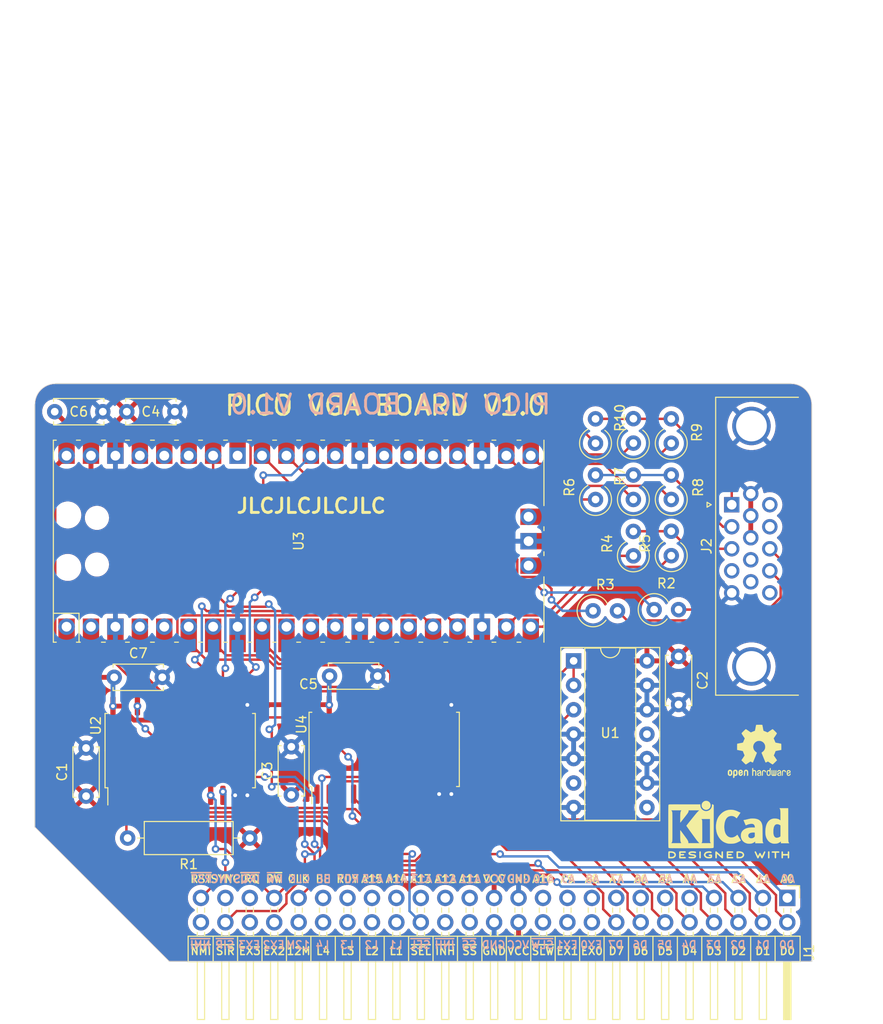
<source format=kicad_pcb>
(kicad_pcb (version 20221018) (generator pcbnew)
  (title_block (title "Pico VGA board") (date "2023-07-30") (rev "v1.0") (company "Six Pixels"))
  (layers (0 "F.Cu" signal) (31 "B.Cu" signal) (34 "B.Paste" user) (35 "F.Paste" user) (36 "B.SilkS" user "B.Silkscreen") (37 "F.SilkS" user "F.Silkscreen") (38 "B.Mask" user) (39 "F.Mask" user) (44 "Edge.Cuts" user))
  (net 0 "")
  (net 1 "RDY")
  (net 2 "A15")
  (net 3 "A14")
  (net 4 "A13")
  (net 5 "A12")
  (net 6 "A11")
  (net 7 "GND")
  (net 8 "+5V")
  (net 9 "A10")
  (net 10 "A9")
  (net 11 "A8")
  (net 12 "D7")
  (net 13 "A7")
  (net 14 "D6")
  (net 15 "A6")
  (net 16 "D5")
  (net 17 "A5")
  (net 18 "D4")
  (net 19 "A4")
  (net 20 "D3")
  (net 21 "A3")
  (net 22 "D2")
  (net 23 "A2")
  (net 24 "D1")
  (net 25 "A1")
  (net 26 "D0")
  (net 27 "A0")
  (net 28 "CLK")
  (net 29 "BE")
  (net 30 "SYNC")
  (net 31 "EX3")
  (net 32 "EX2")
  (net 33 "EX1")
  (net 34 "EX0")
  (net 35 "~{NMI}")
  (net 36 "~{RESET}")
  (net 37 "~{SLOT_IRQ}")
  (net 38 "~{IRQ}")
  (net 39 "R~{W}")
  (net 40 "CLK_12M")
  (net 41 "LED4")
  (net 42 "LED3")
  (net 43 "LED2")
  (net 44 "LED1")
  (net 45 "~{SLOT_SEL}")
  (net 46 "~{INH}")
  (net 47 "~{SSEL}")
  (net 48 "~{SLOW}")
  (net 49 "/R")
  (net 50 "/G")
  (net 51 "/B")
  (net 53 "/HSYNC")
  (net 54 "/VSYNC")
  (net 55 "/B0")
  (net 56 "/B1")
  (net 61 "/G0")
  (net 62 "/G1")
  (net 64 "Net-(J2-Pad13)")
  (net 68 "Net-(J2-Pad14)")
  (net 69 "Net-(U2-DIR)")
  (net 70 "Net-(U4-DIR)")
  (net 71 "/RUN")
  (net 72 "/RW")
  (net 73 "Net-(U2-B6)")
  (net 74 "Net-(U2-B5)")
  (net 75 "Net-(U2-B4)")
  (net 76 "Net-(U2-B3)")
  (net 77 "+3.3V")
  (net 78 "Net-(U2-B2)")
  (net 79 "Net-(U2-B1)")
  (net 80 "Net-(U3-GPIO4)")
  (net 81 "Net-(U3-GPIO5)")
  (net 82 "Net-(U3-GPIO6)")
  (net 83 "Net-(U3-GPIO7)")
  (net 84 "Net-(U3-GPIO8)")
  (net 85 "Net-(U3-GPIO9)")
  (net 86 "/G2")
  (net 87 "/R0")
  (net 88 "/R1")
  (net 89 "/R2")
  (net 90 "Net-(U3-GPIO10)")
  (net 91 "Net-(U3-GPIO11)")
  (footprint "Package_DIP:DIP-14_W7.62mm_Socket" (layer "F.Cu") (at 144.409 120.264)
    (fp_text reference "U1")
    (fp_text value "74HC00")
  )
  (footprint "Capacitor_THT:C_Disc_D5.0mm_W2.5mm_P5.00mm" (layer "F.Cu") (at 119.04 121.847)
    (fp_text reference "C5")
    (fp_text value "100n")
  )
  (footprint "Resistor_THT:R_Axial_DIN0309_L9.0mm_D3.2mm_P12.70mm_Horizontal" (layer "F.Cu") (at 110.744 138.684 180)
    (fp_text reference "R1")
    (fp_text value "10K")
  )
  (footprint "Resistor_THT:R_Axial_DIN0309_L9.0mm_D3.2mm_P2.54mm_Vertical" (layer "F.Cu") (at 150.622 109.347 90)
    (fp_text reference "R4")
    (fp_text value "500R")
  )
  (footprint "Resistor_THT:R_Axial_DIN0309_L9.0mm_D3.2mm_P2.54mm_Vertical" (layer "F.Cu") (at 154.559 97.644 90)
    (fp_text reference "R9")
    (fp_text value "1K")
  )
  (footprint "Resistor_THT:R_Axial_DIN0309_L9.0mm_D3.2mm_P2.54mm_Vertical" (layer "F.Cu") (at 154.559 109.328 90)
    (fp_text reference "R5")
    (fp_text value "250R")
  )
  (footprint "Resistor_THT:R_Axial_DIN0309_L9.0mm_D3.2mm_P2.54mm_Vertical" (layer "F.Cu") (at 154.559 103.486 90)
    (fp_text reference "R8")
    (fp_text value "250R")
  )
  (footprint "Resistor_THT:R_Axial_DIN0309_L9.0mm_D3.2mm_P2.54mm_Vertical" (layer "F.Cu") (at 150.622 103.486 90)
    (fp_text reference "R7")
    (fp_text value "500R")
  )
  (footprint "MCU_RaspberryPi_and_Boards:RPi_Pico_SMD_TH" (layer "F.Cu") (at 115.824 107.823 90)
    (fp_text reference "U3")
    (fp_text value "Pico")
  )
  (footprint "Package_SO:SOP-24_7.5x15.4mm_P1.27mm" (layer "F.Cu") (at 103.506 129.594 90)
    (fp_text reference "U2")
    (fp_text value "SN74AVC8T245PW")
  )
  (footprint "Connector_PinHeader_2.54mm:PinHeader_2x25_P2.54mm_Horizontal" (layer "F.Cu") (at 166.624 144.907 -90)
    (fp_text reference "J1")
    (fp_text value "Conn_01x40")
  )
  (footprint "Connector_Dsub:DSUB-15-HD_Female_Horizontal_P2.29x1.98mm_EdgePinOffset3.03mm_Housed_MountingHolesOffset4.94mm" (layer "F.Cu") (at 160.846669 104.031 90)
    (fp_text reference "J2")
    (fp_text value "DB15_Female_HighDensity_MountingHoles")
  )
  (footprint "Resistor_THT:R_Axial_DIN0309_L9.0mm_D3.2mm_P2.54mm_Vertical" (layer "F.Cu") (at 150.622 97.625 90)
    (fp_text reference "R10")
    (fp_text value "500R")
  )
  (footprint "Resistor_THT:R_Axial_DIN0309_L9.0mm_D3.2mm_P2.54mm_Vertical" (layer "F.Cu") (at 152.781 114.935)
    (fp_text reference "R2")
    (fp_text value "47R")
  )
  (footprint "Capacitor_THT:C_Disc_D5.0mm_W2.5mm_P5.00mm" (layer "F.Cu") (at 96.648 121.974)
    (fp_text reference "C7")
    (fp_text value "100n")
  )
  (footprint "Capacitor_THT:C_Disc_D5.0mm_W2.5mm_P5.00mm" (layer "F.Cu") (at 90.464 94.361)
    (fp_text reference "C6")
    (fp_text value "100n")
  )
  (footprint "Resistor_THT:R_Axial_DIN0309_L9.0mm_D3.2mm_P2.54mm_Vertical" (layer "F.Cu") (at 146.431 115.062)
    (fp_text reference "R3")
    (fp_text value "47R")
  )
  (footprint "Package_SO:SOP-24_7.5x15.4mm_P1.27mm" (layer "F.Cu") (at 124.715 129.467 90)
    (fp_text reference "U4")
    (fp_text value "SN74AVC8T245PW")
  )
  (footprint "Capacitor_THT:C_Disc_D5.0mm_W2.5mm_P5.00mm" (layer "F.Cu") (at 93.726 134.326 90)
    (fp_text reference "C1")
    (fp_text value "100n")
  )
  (footprint "Capacitor_THT:C_Disc_D5.0mm_W2.5mm_P5.00mm" (layer "F.Cu") (at 115.062 134.199 90)
    (fp_text reference "C3")
    (fp_text value "100n")
  )
  (footprint "Symbol:OSHW-Logo2_7.3x6mm_SilkScreen" (layer "F.Cu") (at 163.703 129.667)
    (fp_text reference "" hide)
    (fp_text value "OSHW-Logo2_7.3x6mm_SilkScreen" hide)
  )
  (footprint "Capacitor_THT:C_Disc_D5.0mm_W2.5mm_P5.00mm" (layer "F.Cu") (at 155.321 119.801 -90)
    (fp_text reference "C2")
    (fp_text value "100n")
  )
  (footprint "Resistor_THT:R_Axial_DIN0309_L9.0mm_D3.2mm_P2.54mm_Vertical" (layer "F.Cu") (at 146.685 103.486 90)
    (fp_text reference "R6")
    (fp_text value "1K")
  )
  (footprint "Resistor_THT:R_Axial_DIN0309_L9.0mm_D3.2mm_P2.54mm_Vertical" (layer "F.Cu") (at 146.685 97.644 90)
    (fp_text reference "R11" hide)
    (fp_text value "250R")
  )
  (footprint "Symbol:KiCad-Logo2_5mm_SilkScreen" (layer "F.Cu") (at 160.528 137.795)
    (fp_text reference "" hide)
    (fp_text value "KiCad-Logo2_5mm_SilkScreen" hide)
  )
  (footprint "Capacitor_THT:C_Disc_D5.0mm_W2.5mm_P5.00mm" (layer "F.Cu") (at 97.957 94.361)
    (fp_text reference "C4")
    (fp_text value "100n")
  )
  (gr_arc (start 88.392 93.599) (mid 89.024356 92.072356) (end 90.551 91.44) (stroke (width 0.05)) (layer "Edge.Cuts"))
  (gr_line (start 102.362 151.511) (end 88.392 137.541) (stroke (width 0.05)) (layer "Edge.Cuts"))
  (gr_line (start 169.164 93.599) (end 169.164 151.511) (stroke (width 0.1)) (layer "Edge.Cuts"))
  (gr_arc (start 167.005 91.44) (mid 168.531644 92.072356) (end 169.164 93.599) (stroke (width 0.05)) (layer "Edge.Cuts"))
  (gr_line (start 88.392 137.541) (end 88.392 93.599) (stroke (width 0.1)) (layer "Edge.Cuts"))
  (gr_line (start 90.551 91.44) (end 167.005 91.44) (stroke (width 0.1)) (layer "Edge.Cuts"))
  (gr_line (start 169.164 151.511) (end 102.362 151.511) (stroke (width 0.1)) (layer "Edge.Cuts"))
  (gr_text "PICO VGA BOARD V1.0" (at 125.349 93.599) (layer "B.SilkS") (effects (font (size 2 2) (thickness 0.3)) (justify mirror)))
  (gr_text "A8" (at 146.3675 142.9385) (layer "B.SilkS") (effects (font (size 0.8 0.8)) (justify mirror)))
  (gr_text "~{RST}" (at 105.7275 142.9385) (layer "B.SilkS") (effects (font (size 0.8 0.8)) (justify mirror)))
  (gr_text "R~{W}" (at 113.3475 142.9385) (layer "B.SilkS") (effects (font (size 0.8 0.8)) (justify mirror)))
  (gr_text "CLK" (at 115.8875 142.9385) (layer "B.SilkS") (effects (font (size 0.8 0.8)) (justify mirror)))
  (gr_text "A7" (at 148.9075 142.9385) (layer "B.SilkS") (effects (font (size 0.8 0.8)) (justify mirror)))
  (gr_text "A10" (at 141.2875 142.9385) (layer "B.SilkS") (effects (font (size 0.8 0.8)) (justify mirror)))
  (gr_text "A5" (at 153.9875 142.9385) (layer "B.SilkS") (effects (font (size 0.8 0.8)) (justify mirror)))
  (gr_text "A4" (at 156.5275 142.9385) (layer "B.SilkS") (effects (font (size 0.8 0.8)) (justify mirror)))
  (gr_text "A2" (at 161.6075 142.9385) (layer "B.SilkS") (effects (font (size 0.8 0.8)) (justify mirror)))
  (gr_text "A0" (at 166.6875 142.9385) (layer "B.SilkS") (effects (font (size 0.8 0.8)) (justify mirror)))
  (gr_text "A1" (at 164.1475 142.9385) (layer "B.SilkS") (effects (font (size 0.8 0.8)) (justify mirror)))
  (gr_text "A14" (at 126.0475 142.9385) (layer "B.SilkS") (effects (font (size 0.8 0.8)) (justify mirror)))
  (gr_text "A13" (at 128.5875 142.9385) (layer "B.SilkS") (effects (font (size 0.8 0.8)) (justify mirror)))
  (gr_text "A9" (at 143.8275 142.9385) (layer "B.SilkS") (effects (font (size 0.8 0.8)) (justify mirror)))
  (gr_text "D0" (at 166.5605 149.7965) (layer "B.SilkS") (effects (font (size 0.8 0.8)) (justify mirror)))
  (gr_text "D1" (at 164.0205 149.7965) (layer "B.SilkS") (effects (font (size 0.8 0.8)) (justify mirror)))
  (gr_text "~{SS}" (at 133.5405 149.7965) (layer "B.SilkS") (effects (font (size 0.8 0.8)) (justify mirror)))
  (gr_text "GND" (at 138.7475 142.9385) (layer "B.SilkS") (effects (font (size 0.8 0.8)) (justify mirror)))
  (gr_text "A3" (at 159.0675 142.9385) (layer "B.SilkS") (effects (font (size 0.8 0.8)) (justify mirror)))
  (gr_text "VCC" (at 136.2075 142.9385) (layer "B.SilkS") (effects (font (size 0.8 0.8)) (justify mirror)))
  (gr_text "A11" (at 133.6675 142.9385) (layer "B.SilkS") (effects (font (size 0.8 0.8)) (justify mirror)))
  (gr_text "A12" (at 131.1275 142.9385) (layer "B.SilkS") (effects (font (size 0.8 0.8)) (justify mirror)))
  (gr_text "~{IRQ}" (at 110.8075 142.9385) (layer "B.SilkS") (effects (font (size 0.8 0.8)) (justify mirror)))
  (gr_text "A15" (at 123.5075 142.9385) (layer "B.SilkS") (effects (font (size 0.8 0.8)) (justify mirror)))
  (gr_text "RDY" (at 120.9675 142.9385) (layer "B.SilkS") (effects (font (size 0.8 0.8)) (justify mirror)))
  (gr_text "D2" (at 161.4805 149.7965) (layer "B.SilkS") (effects (font (size 0.8 0.8)) (justify mirror)))
  (gr_text "GND" (at 136.0805 149.7965) (layer "B.SilkS") (effects (font (size 0.8 0.8)) (justify mirror)))
  (gr_text "D3" (at 158.9405 149.7965) (layer "B.SilkS") (effects (font (size 0.8 0.8)) (justify mirror)))
  (gr_text "VCC" (at 138.6205 149.7965) (layer "B.SilkS") (effects (font (size 0.8 0.8)) (justify mirror)))
  (gr_text "D7" (at 148.7805 149.7965) (layer "B.SilkS") (effects (font (size 0.8 0.8)) (justify mirror)))
  (gr_text "EX0" (at 146.2405 149.7965) (layer "B.SilkS") (effects (font (size 0.8 0.8)) (justify mirror)))
  (gr_text "D6" (at 151.3205 149.7965) (layer "B.SilkS") (effects (font (size 0.8 0.8)) (justify mirror)))
  (gr_text "EX1" (at 143.7005 149.7965) (layer "B.SilkS") (effects (font (size 0.8 0.8)) (justify mirror)))
  (gr_text "D5" (at 153.8605 149.7965) (layer "B.SilkS") (effects (font (size 0.8 0.8)) (justify mirror)))
  (gr_text "~{SLW}" (at 141.1605 149.7965) (layer "B.SilkS") (effects (font (size 0.8 0.8)) (justify mirror)))
  (gr_text "D4" (at 156.4005 149.7965) (layer "B.SilkS") (effects (font (size 0.8 0.8)) (justify mirror)))
  (gr_text "L2" (at 123.3805 149.7965) (layer "B.SilkS") (effects (font (size 0.8 0.8)) (justify mirror)))
  (gr_text "L4" (at 118.3005 149.7965) (layer "B.SilkS") (effects (font (size 0.8 0.8)) (justify mirror)))
  (gr_text "EX3" (at 110.6805 149.7965) (layer "B.SilkS") (effects (font (size 0.8 0.8)) (justify mirror)))
  (gr_text "L3" (at 120.8405 149.7965) (layer "B.SilkS") (effects (font (size 0.8 0.8)) (justify mirror)))
  (gr_text "L1" (at 125.9205 149.7965) (layer "B.SilkS") (effects (font (size 0.8 0.8)) (justify mirror)))
  (gr_text "12M" (at 115.7605 149.7965) (layer "B.SilkS") (effects (font (size 0.8 0.8)) (justify mirror)))
  (gr_text "~{SEL}" (at 128.4605 149.7965) (layer "B.SilkS") (effects (font (size 0.8 0.8)) (justify mirror)))
  (gr_text "~{INH}" (at 131.0005 149.7965) (layer "B.SilkS") (effects (font (size 0.8 0.8)) (justify mirror)))
  (gr_text "EX2" (at 113.2205 149.7965) (layer "B.SilkS") (effects (font (size 0.8 0.8)) (justify mirror)))
  (gr_text "~{SIR}" (at 108.1405 149.7965) (layer "B.SilkS") (effects (font (size 0.8 0.8)) (justify mirror)))
  (gr_text "~{NMI}" (at 105.6005 149.7965) (layer "B.SilkS") (effects (font (size 0.8 0.8)) (justify mirror)))
  (gr_text "BE" (at 118.4275 142.9385) (layer "B.SilkS") (effects (font (size 0.8 0.8)) (justify mirror)))
  (gr_text "A6" (at 151.4475 142.9385) (layer "B.SilkS") (effects (font (size 0.8 0.8)) (justify mirror)))
  (gr_text "SYNC" (at 108.2675 142.9385) (layer "B.SilkS") (effects (font (size 0.8 0.8)) (justify mirror)))
  (gr_text "EX3" (at 110.744 150.4315) (layer "F.SilkS") (effects (font (size 0.8 0.8))))
  (gr_text "~{SIR}" (at 108.204 150.4315) (layer "F.SilkS") (effects (font (size 0.8 0.8))))
  (gr_text "~{SEL}" (at 128.524 150.4315) (layer "F.SilkS") (effects (font (size 0.8 0.8))))
  (gr_text "L2" (at 123.444 150.4315) (layer "F.SilkS") (effects (font (size 0.8 0.8))))
  (gr_text "L1" (at 125.984 150.4315) (layer "F.SilkS") (effects (font (size 0.8 0.8))))
  (gr_text "L4" (at 118.364 150.4315) (layer "F.SilkS") (effects (font (size 0.8 0.8))))
  (gr_text "L3" (at 120.904 150.4315) (layer "F.SilkS") (effects (font (size 0.8 0.8))))
  (gr_text "EX2" (at 113.284 150.4315) (layer "F.SilkS") (effects (font (size 0.8 0.8))))
  (gr_text "12M" (at 115.824 150.4315) (layer "F.SilkS") (effects (font (size 0.8 0.8))))
  (gr_text "D7" (at 148.844 150.4315) (layer "F.SilkS") (effects (font (size 0.8 0.8))))
  (gr_text "~{INH}" (at 131.064 150.4315) (layer "F.SilkS") (effects (font (size 0.8 0.8))))
  (gr_text "EX0" (at 146.304 150.4315) (layer "F.SilkS") (effects (font (size 0.8 0.8))))
  (gr_text "~{SS}" (at 133.604 150.4315) (layer "F.SilkS") (effects (font (size 0.8 0.8))))
  (gr_text "EX1" (at 143.764 150.4315) (layer "F.SilkS") (effects (font (size 0.8 0.8))))
  (gr_text "GND" (at 136.144 150.4315) (layer "F.SilkS") (effects (font (size 0.8 0.8))))
  (gr_text "~{SLW}" (at 141.224 150.4315) (layer "F.SilkS") (effects (font (size 0.8 0.8))))
  (gr_text "VCC" (at 138.684 150.4315) (layer "F.SilkS") (effects (font (size 0.8 0.8))))
  (gr_text "~{NMI}" (at 105.664 150.4315) (layer "F.SilkS") (effects (font (size 0.8 0.8))))
  (gr_text "A7" (at 148.844 142.9385) (layer "F.SilkS") (effects (font (size 0.8 0.8))))
  (gr_text "A6" (at 151.384 142.9385) (layer "F.SilkS") (effects (font (size 0.8 0.8))))
  (gr_text "A8" (at 146.304 142.9385) (layer "F.SilkS") (effects (font (size 0.8 0.8))))
  (gr_text "A5" (at 153.924 142.9385) (layer "F.SilkS") (effects (font (size 0.8 0.8))))
  (gr_text "A9" (at 143.764 142.9385) (layer "F.SilkS") (effects (font (size 0.8 0.8))))
  (gr_text "A4" (at 156.464 142.9385) (layer "F.SilkS") (effects (font (size 0.8 0.8))))
  (gr_text "A10" (at 141.224 142.9385) (layer "F.SilkS") (effects (font (size 0.8 0.8))))
  (gr_text "A3" (at 159.004 142.9385) (layer "F.SilkS") (effects (font (size 0.8 0.8))))
  (gr_text "GND" (at 138.684 142.9385) (layer "F.SilkS") (effects (font (size 0.8 0.8))))
  (gr_text "A2" (at 161.544 142.9385) (layer "F.SilkS") (effects (font (size 0.8 0.8))))
  (gr_text "VCC" (at 136.144 142.9385) (layer "F.SilkS") (effects (font (size 0.8 0.8))))
  (gr_text "A1" (at 164.084 142.9385) (layer "F.SilkS") (effects (font (size 0.8 0.8))))
  (gr_text "A11" (at 133.604 142.9385) (layer "F.SilkS") (effects (font (size 0.8 0.8))))
  (gr_text "A0" (at 166.624 142.9385) (layer "F.SilkS") (effects (font (size 0.8 0.8))))
  (gr_text "A12" (at 131.064 142.9385) (layer "F.SilkS") (effects (font (size 0.8 0.8))))
  (gr_text "A13" (at 128.524 142.9385) (layer "F.SilkS") (effects (font (size 0.8 0.8))))
  (gr_text "A14" (at 125.984 142.9385) (layer "F.SilkS") (effects (font (size 0.8 0.8))))
  (gr_text "A15" (at 123.444 142.9385) (layer "F.SilkS") (effects (font (size 0.8 0.8))))
  (gr_text "RDY" (at 120.904 142.9385) (layer "F.SilkS") (effects (font (size 0.8 0.8))))
  (gr_text "BE" (at 118.364 142.9385) (layer "F.SilkS") (effects (font (size 0.8 0.8))))
  (gr_text "CLK" (at 115.824 142.9385) (layer "F.SilkS") (effects (font (size 0.8 0.8))))
  (gr_text "R~{W}" (at 113.284 142.9385) (layer "F.SilkS") (effects (font (size 0.8 0.8))))
  (gr_text "~{IRQ}" (at 110.744 142.9385) (layer "F.SilkS") (effects (font (size 0.8 0.8))))
  (gr_text "SYNC" (at 108.204 142.9385) (layer "F.SilkS") (effects (font (size 0.8 0.8))))
  (gr_text "~{RST}" (at 105.664 142.9385) (layer "F.SilkS") (effects (font (size 0.8 0.8))))
  (gr_text "D0" (at 166.624 150.4315) (layer "F.SilkS") (effects (font (size 0.8 0.8))))
  (gr_text "D1" (at 164.084 150.4315) (layer "F.SilkS") (effects (font (size 0.8 0.8))))
  (gr_text "D2" (at 161.544 150.4315) (layer "F.SilkS") (effects (font (size 0.8 0.8))))
  (gr_text "D3" (at 159.004 150.4315) (layer "F.SilkS") (effects (font (size 0.8 0.8))))
  (gr_text "D4" (at 156.464 150.4315) (layer "F.SilkS") (effects (font (size 0.8 0.8))))
  (gr_text "D5" (at 153.924 150.4315) (layer "F.SilkS") (effects (font (size 0.8 0.8))))
  (gr_text "D6" (at 151.384 150.4315) (layer "F.SilkS") (effects (font (size 0.8 0.8))))
  (gr_text "JLCJLCJLCJLC" (at 109.22 105.029) (layer "F.SilkS") (effects (font (size 1.5 1.5) (thickness 0.3) bold) (justify left bottom)))
  (gr_text "PICO VGA BOARD V1.0" (at 124.841 93.726) (layer "F.SilkS") (effects (font (size 2 2) (thickness 0.3))))
  (segment (start 162.826669 102.886) (end 162.826669 107.466) (width 0.5) (layer "F.Cu") (net 7))
  (via (at 109.22 134.239) (size 0.8) (drill 0.4) (layers "F.Cu" "B.Cu") (net 7))
  (via (at 131.699 134.112) (size 0.8) (drill 0.4) (layers "F.Cu" "B.Cu") (net 7))
  (via (at 130.429 134.112) (size 0.8) (drill 0.4) (layers "F.Cu" "B.Cu") (net 7))
  (via (at 110.49 134.239) (size 0.8) (drill 0.4) (layers "F.Cu" "B.Cu") (net 7))
  (via (at 110.49 124.841) (size 0.8) (drill 0.4) (layers "F.Cu" "B.Cu") (net 7))
  (via (at 131.699 124.841) (size 0.8) (drill 0.4) (layers "F.Cu" "B.Cu") (net 7))
  (segment (start 136.145678 138.615499) (end 124.654097 138.615499) (width 0.25) (layer "F.Cu") (net 12))
  (segment (start 148.844 147.447) (end 147.479 146.082) (width 0.25) (layer "F.Cu") (net 12))
  (segment (start 147.479 146.082) (end 147.479 144.420299) (width 0.25) (layer "F.Cu") (net 12))
  (segment (start 147.479 144.420299) (end 142.961208 139.902507) (width 0.25) (layer "F.Cu") (net 12))
  (segment (start 120.27 135.25531) (end 120.27 134.117) (width 0.25) (layer "F.Cu") (net 12))
  (segment (start 137.432686 139.902507) (end 136.145678 138.615499) (width 0.25) (layer "F.Cu") (net 12))
  (segment (start 120.68819 135.6735) (end 120.27 135.25531) (width 0.25) (layer "F.Cu") (net 12))
  (segment (start 121.712098 135.6735) (end 120.68819 135.6735) (width 0.25) (layer "F.Cu") (net 12))
  (segment (start 124.654097 138.615499) (end 121.712098 135.6735) (width 0.25) (layer "F.Cu") (net 12))
  (segment (start 142.961208 139.902507) (end 137.432686 139.902507) (width 0.25) (layer "F.Cu") (net 12))
  (segment (start 151.384 147.447) (end 150.019 146.082) (width 0.25) (layer "F.Cu") (net 14))
  (segment (start 137.618875 139.453006) (end 136.331867 138.165998) (width 0.25) (layer "F.Cu") (net 14))
  (segment (start 122.659488 135.639497) (end 121.54 134.520009) (width 0.25) (layer "F.Cu") (net 14))
  (segment (start 125.821679 138.165998) (end 123.295178 135.639497) (width 0.25) (layer "F.Cu") (net 14))
  (segment (start 136.331867 138.165998) (end 125.821679 138.165998) (width 0.25) (layer "F.Cu") (net 14))
  (segment (start 121.54 134.520009) (end 121.54 134.117) (width 0.25) (layer "F.Cu") (net 14))
  (segment (start 123.295178 135.639497) (end 122.659488 135.639497) (width 0.25) (layer "F.Cu") (net 14))
  (segment (start 145.051707 139.453006) (end 137.618875 139.453006) (width 0.25) (layer "F.Cu") (net 14))
  (segment (start 150.019 144.420299) (end 145.051707 139.453006) (width 0.25) (layer "F.Cu") (net 14))
  (segment (start 150.019 146.082) (end 150.019 144.420299) (width 0.25) (layer "F.Cu") (net 14))
  (segment (start 122.81 134.501074) (end 122.81 134.117) (width 0.25) (layer "F.Cu") (net 16))
  (segment (start 126.025423 137.716497) (end 122.81 134.501074) (width 0.25) (layer "F.Cu") (net 16))
  (segment (start 136.518056 137.716497) (end 126.025423 137.716497) (width 0.25) (layer "F.Cu") (net 16))
  (segment (start 137.805064 139.003505) (end 136.518056 137.716497) (width 0.25) (layer "F.Cu") (net 16))
  (segment (start 147.142206 139.003505) (end 137.805064 139.003505) (width 0.25) (layer "F.Cu") (net 16))
  (segment (start 152.559 144.420299) (end 147.142206 139.003505) (width 0.25) (layer "F.Cu") (net 16))
  (segment (start 152.559 146.082) (end 152.559 144.420299) (width 0.25) (layer "F.Cu") (net 16))
  (segment (start 153.924 147.447) (end 152.559 146.082) (width 0.25) (layer "F.Cu") (net 16))
  (segment (start 155.099 146.082) (end 155.099 144.420299) (width 0.25) (layer "F.Cu") (net 18))
  (segment (start 126.845922 137.266996) (end 124.08 134.501074) (width 0.25) (layer "F.Cu") (net 18))
  (segment (start 124.08 134.501074) (end 124.08 134.117) (width 0.25) (layer "F.Cu") (net 18))
  (segment (start 149.232705 138.554004) (end 137.991253 138.554004) (width 0.25) (layer "F.Cu") (net 18))
  (segment (start 136.704245 137.266996) (end 126.845922 137.266996) (width 0.25) (layer "F.Cu") (net 18))
  (segment (start 156.464 147.447) (end 155.099 146.082) (width 0.25) (layer "F.Cu") (net 18))
  (segment (start 155.099 144.420299) (end 149.232705 138.554004) (width 0.25) (layer "F.Cu") (net 18))
  (segment (start 137.991253 138.554004) (end 136.704245 137.266996) (width 0.25) (layer "F.Cu") (net 18))
  (segment (start 127.666421 136.817495) (end 125.35 134.501074) (width 0.25) (layer "F.Cu") (net 20))
  (segment (start 138.177442 138.104503) (end 136.890434 136.817495) (width 0.25) (layer "F.Cu") (net 20))
  (segment (start 157.639 144.420299) (end 151.323204 138.104503) (width 0.25) (layer "F.Cu") (net 20))
  (segment (start 136.890434 136.817495) (end 127.666421 136.817495) (width 0.25) (layer "F.Cu") (net 20))
  (segment (start 151.323204 138.104503) (end 138.177442 138.104503) (width 0.25) (layer "F.Cu") (net 20))
  (segment (start 159.004 147.447) (end 157.639 146.082) (width 0.25) (layer "F.Cu") (net 20))
  (segment (start 157.639 146.082) (end 157.639 144.420299) (width 0.25) (layer "F.Cu") (net 20))
  (segment (start 125.35 134.501074) (end 125.35 134.117) (width 0.25) (layer "F.Cu") (net 20))
  (segment (start 99.061 134.244) (end 99.061 134.628074) (width 0.25) (layer "F.Cu") (net 21))
  (segment (start 99.061 134.628074) (end 101.350429 136.917503) (width 0.25) (layer "F.Cu") (net 21))
  (segment (start 111.390144 136.906) (end 118.491 136.906) (width 0.25) (layer "F.Cu") (net 21))
  (segment (start 141.897141 142.494) (end 142.673641 143.2705) (width 0.25) (layer "F.Cu") (net 21))
  (segment (start 111.378641 136.917503) (end 111.390144 136.906) (width 0.25) (layer "F.Cu") (net 21))
  (segment (start 101.350429 136.917503) (end 111.378641 136.917503) (width 0.25) (layer "F.Cu") (net 21))
  (segment (start 124.079 142.494) (end 141.897141 142.494) (width 0.25) (layer "F.Cu") (net 21))
  (segment (start 118.491 136.906) (end 124.079 142.494) (width 0.25) (layer "F.Cu") (net 21))
  (via (at 142.673641 143.2705) (size 0.8) (drill 0.4) (layers "F.Cu" "B.Cu") (net 21))
  (segment (start 157.829 143.732) (end 143.135141 143.732) (width 0.25) (layer "B.Cu") (net 21))
  (segment (start 159.004 144.907) (end 157.829 143.732) (width 0.25) (layer "B.Cu") (net 21))
  (segment (start 143.135141 143.732) (end 142.673641 143.2705) (width 0.25) (layer "B.Cu") (net 21))
  (segment (start 137.173356 136.367994) (end 128.48692 136.367994) (width 0.25) (layer "F.Cu") (net 22))
  (segment (start 160.179 146.082) (end 160.179 144.420299) (width 0.25) (layer "F.Cu") (net 22))
  (segment (start 128.48692 136.367994) (end 126.62 134.501074) (width 0.25) (layer "F.Cu") (net 22))
  (segment (start 137.177998 136.372636) (end 137.173356 136.367994) (width 0.25) (layer "F.Cu") (net 22))
  (segment (start 138.363631 137.655002) (end 137.177998 136.469369) (width 0.25) (layer "F.Cu") (net 22))
  (segment (start 160.179 144.420299) (end 153.413703 137.655002) (width 0.25) (layer "F.Cu") (net 22))
  (segment (start 161.544 147.447) (end 160.179 146.082) (width 0.25) (layer "F.Cu") (net 22))
  (segment (start 137.177998 136.469369) (end 137.177998 136.372636) (width 0.25) (layer "F.Cu") (net 22))
  (segment (start 153.413703 137.655002) (end 138.363631 137.655002) (width 0.25) (layer "F.Cu") (net 22))
  (segment (start 126.62 134.501074) (end 126.62 134.117) (width 0.25) (layer "F.Cu") (net 22))
  (segment (start 103.428045 136.456499) (end 103.439548 136.468002) (width 0.25) (layer "F.Cu") (net 23))
  (segment (start 111.203955 136.456499) (end 118.677189 136.456499) (width 0.25) (layer "F.Cu") (net 23))
  (segment (start 118.677189 136.456499) (end 124.265189 142.044499) (width 0.25) (layer "F.Cu") (net 23))
  (segment (start 100.331 134.628074) (end 102.159425 136.456499) (width 0.25) (layer "F.Cu") (net 23))
  (segment (start 142.716999 142.044499) (end 143.637 142.9645) (width 0.25) (layer "F.Cu") (net 23))
  (segment (start 124.265189 142.044499) (end 142.716999 142.044499) (width 0.25) (layer "F.Cu") (net 23))
  (segment (start 100.331 134.244) (end 100.331 134.628074) (width 0.25) (layer "F.Cu") (net 23))
  (segment (start 102.159425 136.456499) (end 103.428045 136.456499) (width 0.25) (layer "F.Cu") (net 23))
  (segment (start 103.439548 136.468002) (end 111.192452 136.468002) (width 0.25) (layer "F.Cu") (net 23))
  (segment (start 111.192452 136.468002) (end 111.203955 136.456499) (width 0.25) (layer "F.Cu") (net 23))
  (via (at 143.637 142.9645) (size 0.8) (drill 0.4) (layers "F.Cu" "B.Cu") (net 23))
  (segment (start 143.9285 143.256) (end 143.637 142.9645) (width 0.25) (layer "B.Cu") (net 23))
  (segment (start 161.544 144.907) (end 159.893 143.256) (width 0.25) (layer "B.Cu") (net 23))
  (segment (start 159.893 143.256) (end 143.9285 143.256) (width 0.25) (layer "B.Cu") (net 23))
  (segment (start 137.359545 135.918493) (end 129.307419 135.918493) (width 0.25) (layer "F.Cu") (net 24))
  (segment (start 155.504202 137.205501) (end 138.54982 137.205501) (width 0.25) (layer "F.Cu") (net 24))
  (segment (start 137.627499 136.186447) (end 137.359545 135.918493) (width 0.25) (layer "F.Cu") (net 24))
  (segment (start 162.719 146.082) (end 162.719 144.420299) (width 0.25) (layer "F.Cu") (net 24))
  (segment (start 137.627499 136.28318) (end 137.627499 136.186447) (width 0.25) (layer "F.Cu") (net 24))
  (segment (start 129.307419 135.918493) (end 127.89 134.501074) (width 0.25) (layer "F.Cu") (net 24))
  (segment (start 164.084 147.447) (end 162.719 146.082) (width 0.25) (layer "F.Cu") (net 24))
  (segment (start 127.89 134.501074) (end 127.89 134.117) (width 0.25) (layer "F.Cu") (net 24))
  (segment (start 162.719 144.420299) (end 155.504202 137.205501) (width 0.25) (layer "F.Cu") (net 24))
  (segment (start 138.54982 137.205501) (end 137.627499 136.28318) (width 0.25) (layer "F.Cu") (net 24))
  (segment (start 118.863378 136.006998) (end 124.365381 141.509001) (width 0.25) (layer "F.Cu") (net 25))
  (segment (start 111.006263 136.018501) (end 111.017766 136.006998) (width 0.25) (layer "F.Cu") (net 25))
  (segment (start 107.196263 136.018501) (end 107.207766 136.006998) (width 0.25) (layer "F.Cu") (net 25))
  (segment (start 108.705737 136.018501) (end 109.736263 136.018501) (width 0.25) (layer "F.Cu") (net 25))
  (segment (start 105.926263 136.018501) (end 105.937766 136.006998) (width 0.25) (layer "F.Cu") (net 25))
  (segment (start 111.017766 136.006998) (end 118.863378 136.006998) (width 0.25) (layer "F.Cu") (net 25))
  (segment (start 107.424234 136.006998) (end 107.435737 136.018501) (width 0.25) (layer "F.Cu") (net 25))
  (segment (start 103.176236 135.569) (end 103.625737 136.018501) (width 0.25) (layer "F.Cu") (net 25))
  (segment (start 102.541926 135.569) (end 103.176236 135.569) (width 0.25) (layer "F.Cu") (net 25))
  (segment (start 108.694234 136.006998) (end 108.705737 136.018501) (width 0.25) (layer "F.Cu") (net 25))
  (segment (start 109.747766 136.006998) (end 109.964234 136.006998) (width 0.25) (layer "F.Cu") (net 25))
  (segment (start 101.601 134.244) (end 101.601 134.628074) (width 0.25) (layer "F.Cu") (net 25))
  (segment (start 104.667766 136.006998) (end 104.884234 136.006998) (width 0.25) (layer "F.Cu") (net 25))
  (segment (start 109.736263 136.018501) (end 109.747766 136.006998) (width 0.25) (layer "F.Cu") (net 25))
  (segment (start 104.895737 136.018501) (end 105.926263 136.018501) (width 0.25) (layer "F.Cu") (net 25))
  (segment (start 107.435737 136.018501) (end 108.466263 136.018501) (width 0.25) (layer "F.Cu") (net 25))
  (segment (start 140.523208 141.509001) (end 140.718709 141.3135) (width 0.25) (layer "F.Cu") (net 25))
  (segment (start 108.466263 136.018501) (end 108.477766 136.006998) (width 0.25) (layer "F.Cu") (net 25))
  (segment (start 109.964234 136.006998) (end 109.975737 136.018501) (width 0.25) (layer "F.Cu") (net 25))
  (segment (start 106.154234 136.006998) (end 106.165737 136.018501) (width 0.25) (layer "F.Cu") (net 25))
  (segment (start 104.884234 136.006998) (end 104.895737 136.018501) (width 0.25) (layer "F.Cu") (net 25))
  (segment (start 101.601 134.628074) (end 102.541926 135.569) (width 0.25) (layer "F.Cu") (net 25))
  (segment (start 108.477766 136.006998) (end 108.694234 136.006998) (width 0.25) (layer "F.Cu") (net 25))
  (segment (start 124.365381 141.509001) (end 140.523208 141.509001) (width 0.25) (layer "F.Cu") (net 25))
  (segment (start 104.656263 136.018501) (end 104.667766 136.006998) (width 0.25) (layer "F.Cu") (net 25))
  (segment (start 103.625737 136.018501) (end 104.656263 136.018501) (width 0.25) (layer "F.Cu") (net 25))
  (segment (start 109.975737 136.018501) (end 111.006263 136.018501) (width 0.25) (layer "F.Cu") (net 25))
  (segment (start 105.937766 136.006998) (end 106.154234 136.006998) (width 0.25) (layer "F.Cu") (net 25))
  (segment (start 107.207766 136.006998) (end 107.424234 136.006998) (width 0.25) (layer "F.Cu") (net 25))
  (segment (start 106.165737 136.018501) (end 107.196263 136.018501) (width 0.25) (layer "F.Cu") (net 25))
  (via (at 140.718709 141.3135) (size 0.8) (drill 0.4) (layers "F.Cu" "B.Cu") (net 25))
  (segment (start 141.645209 142.24) (end 140.718709 141.3135) (width 0.25) (layer "B.Cu") (net 25))
  (segment (start 164.084 144.907) (end 161.417 142.24) (width 0.25) (layer "B.Cu") (net 25))
  (segment (start 161.417 142.24) (end 141.645209 142.24) (width 0.25) (layer "B.Cu") (net 25))
  (segment (start 138.736009 136.756) (end 138.077 136.096991) (width 0.25) (layer "F.Cu") (net 26))
  (segment (start 165.449 146.272) (end 165.449 144.610299) (width 0.25) (layer "F.Cu") (net 26))
  (segment (start 137.545734 135.468992) (end 130.127918 135.468992) (width 0.25) (layer "F.Cu") (net 26))
  (segment (start 130.127918 135.468992) (end 129.16 134.501074) (width 0.25) (layer "F.Cu") (net 26))
  (segment (start 157.594701 136.756) (end 138.736009 136.756) (width 0.25) (layer "F.Cu") (net 26))
  (segment (start 138.077 136.096991) (end 138.077 136.000258) (width 0.25) (layer "F.Cu") (net 26))
  (segment (start 165.449 144.610299) (end 157.594701 136.756) (width 0.25) (layer "F.Cu") (net 26))
  (segment (start 138.077 136.000258) (end 137.545734 135.468992) (width 0.25) (layer "F.Cu") (net 26))
  (segment (start 129.16 134.501074) (end 129.16 134.117) (width 0.25) (layer "F.Cu") (net 26))
  (segment (start 166.624 147.447) (end 165.449 146.272) (width 0.25) (layer "F.Cu") (net 26))
  (segment (start 107.621926 135.569) (end 108.280074 135.569) (width 0.25) (layer "F.Cu") (net 27))
  (segment (start 107.021577 135.557497) (end 107.610423 135.557497) (width 0.25) (layer "F.Cu") (net 27))
  (segment (start 105.070423 135.557497) (end 105.081926 135.569) (width 0.25) (layer "F.Cu") (net 27))
  (segment (start 106.351926 135.569) (end 107.010074 135.569) (width 0.25) (layer "F.Cu") (net 27))
  (segment (start 105.751577 135.557497) (end 106.340423 135.557497) (width 0.25) (layer "F.Cu") (net 27))
  (segment (start 105.740074 135.569) (end 105.751577 135.557497) (width 0.25) (layer "F.Cu") (net 27))
  (segment (start 110.161926 135.569) (end 110.820074 135.569) (width 0.25) (layer "F.Cu") (net 27))
  (segment (start 124.55157 141.0595) (end 127.935098 141.0595) (width 0.25) (layer "F.Cu") (net 27))
  (segment (start 119.049567 135.557497) (end 124.55157 141.0595) (width 0.25) (layer "F.Cu") (net 27))
  (segment (start 105.081926 135.569) (end 105.740074 135.569) (width 0.25) (layer "F.Cu") (net 27))
  (segment (start 104.481577 135.557497) (end 105.070423 135.557497) (width 0.25) (layer "F.Cu") (net 27))
  (segment (start 107.610423 135.557497) (end 107.621926 135.569) (width 0.25) (layer "F.Cu") (net 27))
  (segment (start 109.550074 135.569) (end 109.561577 135.557497) (width 0.25) (layer "F.Cu") (net 27))
  (segment (start 109.561577 135.557497) (end 110.150423 135.557497) (width 0.25) (layer "F.Cu") (net 27))
  (segment (start 110.150423 135.557497) (end 110.161926 135.569) (width 0.25) (layer "F.Cu") (net 27))
  (segment (start 104.470074 135.569) (end 104.481577 135.557497) (width 0.25) (layer "F.Cu") (net 27))
  (segment (start 128.64259 140.352008) (end 136.761992 140.352008) (width 0.25) (layer "F.Cu") (net 27))
  (segment (start 102.871 134.628074) (end 103.811926 135.569) (width 0.25) (layer "F.Cu") (net 27))
  (segment (start 108.891926 135.569) (end 109.550074 135.569) (width 0.25) (layer "F.Cu") (net 27))
  (segment (start 127.935098 141.0595) (end 128.64259 140.352008) (width 0.25) (layer "F.Cu") (net 27))
  (segment (start 107.010074 135.569) (end 107.021577 135.557497) (width 0.25) (layer "F.Cu") (net 27))
  (segment (start 102.871 134.244) (end 102.871 134.628074) (width 0.25) (layer "F.Cu") (net 27))
  (segment (start 110.831577 135.557497) (end 119.049567 135.557497) (width 0.25) (layer "F.Cu") (net 27))
  (segment (start 108.291577 135.557497) (end 108.880423 135.557497) (width 0.25) (layer "F.Cu") (net 27))
  (segment (start 110.820074 135.569) (end 110.831577 135.557497) (width 0.25) (layer "F.Cu") (net 27))
  (segment (start 106.340423 135.557497) (end 106.351926 135.569) (width 0.25) (layer "F.Cu") (net 27))
  (segment (start 108.280074 135.569) (end 108.291577 135.557497) (width 0.25) (layer "F.Cu") (net 27))
  (segment (start 103.811926 135.569) (end 104.470074 135.569) (width 0.25) (layer "F.Cu") (net 27))
  (segment (start 108.880423 135.557497) (end 108.891926 135.569) (width 0.25) (layer "F.Cu") (net 27))
  (via (at 136.761992 140.352008) (size 0.8) (drill 0.4) (layers "F.Cu" "B.Cu") (net 27))
  (segment (start 142.875 141.732) (end 163.449 141.732) (width 0.25) (layer "B.Cu") (net 27))
  (segment (start 136.998984 140.589) (end 141.732 140.589) (width 0.25) (layer "B.Cu") (net 27))
  (segment (start 141.732 140.589) (end 142.875 141.732) (width 0.25) (layer "B.Cu") (net 27))
  (segment (start 163.449 141.732) (end 166.624 144.907) (width 0.25) (layer "B.Cu") (net 27))
  (segment (start 136.761992 140.352008) (end 136.998984 140.589) (width 0.25) (layer "B.Cu") (net 27))
  (segment (start 118.052 142.679) (end 118.052 139.886686) (width 0.25) (layer "F.Cu") (net 28))
  (segment (start 115.824 144.907) (end 118.052 142.679) (width 0.25) (layer "F.Cu") (net 28))
  (segment (start 105.411 134.244) (end 105.411 133.859926) (width 0.25) (layer "F.Cu") (net 28))
  (segment (start 118.052 139.886686) (end 117.479657 139.314343) (width 0.25) (layer "F.Cu") (net 28))
  (segment (start 106.936926 132.334) (end 112.305 132.334) (width 0.25) (layer "F.Cu") (net 28))
  (segment (start 105.411 133.859926) (end 106.936926 132.334) (width 0.25) (layer "F.Cu") (net 28))
  (via (at 117.479657 139.314343) (size 0.8) (drill 0.4) (layers "F.Cu" "B.Cu") (net 28))
  (via (at 112.305 132.334) (size 0.8) (drill 0.4) (layers "F.Cu" "B.Cu") (net 28))
  (segment (start 116.909 133.798604) (end 116.909 133.818613) (width 0.25) (layer "B.Cu") (net 28))
  (segment (start 116.909 133.818613) (end 117.479657 134.38927) (width 0.25) (layer "B.Cu") (net 28))
  (segment (start 115.444396 132.334) (end 116.909 133.798604) (width 0.25) (layer "B.Cu") (net 28))
  (segment (start 117.479657 134.38927) (end 117.479657 139.314343) (width 0.25) (layer "B.Cu") (net 28))
  (segment (start 112.305 132.334) (end 115.444396 132.334) (width 0.25) (layer "B.Cu") (net 28))
  (segment (start 108.204 142.367) (end 105.664 144.907) (width 0.25) (layer "F.Cu") (net 36))
  (segment (start 108.204 141.224) (end 108.204 142.367) (width 0.25) (layer "F.Cu") (net 36))
  (via (at 107.95 133.858) (size 0.8) (drill 0.4) (layers "F.Cu" "B.Cu") (net 36))
  (via (at 108.204 141.224) (size 0.8) (drill 0.4) (layers "F.Cu" "B.Cu") (net 36))
  (segment (start 108.204 141.224) (end 108.204 141.351) (width 0.25) (layer "B.Cu") (net 36))
  (segment (start 108.204 134.112) (end 108.204 141.224) (width 0.25) (layer "B.Cu") (net 36))
  (segment (start 107.95 133.858) (end 108.204 134.112) (width 0.25) (layer "B.Cu") (net 36))
  (segment (start 106.934 113.03) (end 108.542 114.638) (width 0.25) (layer "F.Cu") (net 37))
  (segment (start 113.770701 146.272) (end 114.554 145.488701) (width 0.25) (layer "F.Cu") (net 37))
  (segment (start 108.542 114.638) (end 112.442151 114.638) (width 0.25) (layer "F.Cu") (net 37))
  (segment (start 114.554 145.488701) (end 114.554 144.515299) (width 0.25) (layer "F.Cu") (net 37))
  (segment (start 117.475 141.594299) (end 117.475 140.335) (width 0.25) (layer "F.Cu") (net 37))
  (segment (start 109.379 146.272) (end 113.770701 146.272) (width 0.25) (layer "F.Cu") (net 37))
  (segment (start 117.475 140.335) (end 116.459 139.319) (width 0.25) (layer "F.Cu") (net 37))
  (segment (start 113.03 127.635) (end 113.03 133.35) (width 0.25) (layer "F.Cu") (net 37))
  (segment (start 114.554 144.515299) (end 117.475 141.594299) (width 0.25) (layer "F.Cu") (net 37))
  (segment (start 112.776 127.381) (end 113.03 127.635) (width 0.25) (layer "F.Cu") (net 37))
  (segment (start 108.204 147.447) (end 109.379 146.272) (width 0.25) (layer "F.Cu") (net 37))
  (segment (start 106.934 98.933) (end 106.934 113.03) (width 0.25) (layer "F.Cu") (net 37))
  (segment (start 112.442151 114.638) (end 112.717153 114.362998) (width 0.25) (layer "F.Cu") (net 37))
  (via (at 116.459 139.319) (size 0.8) (drill 0.4) (layers "F.Cu" "B.Cu") (net 37))
  (via (at 113.03 133.35) (size 0.8) (drill 0.4) (layers "F.Cu" "B.Cu") (net 37))
  (via (at 112.717153 114.362998) (size 0.8) (drill 0.4) (layers "F.Cu" "B.Cu") (net 37))
  (via (at 112.776 127.381) (size 0.8) (drill 0.4) (layers "F.Cu" "B.Cu") (net 37))
  (segment (start 113.03 133.35) (end 113.306 133.074) (width 0.25) (layer "B.Cu") (net 37))
  (segment (start 115.527991 133.074) (end 116.459 134.005009) (width 0.25) (layer "B.Cu") (net 37))
  (segment (start 112.776 127.381) (end 113.379 126.905) (width 0.25) (layer "B.Cu") (net 37))
  (segment (start 113.379 115.024845) (end 112.717153 114.362998) (width 0.25) (layer "B.Cu") (net 37))
  (segment (start 116.459 134.005009) (end 116.459 139.319) (width 0.25) (layer "B.Cu") (net 37))
  (segment (start 113.379 126.905) (end 113.379 115.024845) (width 0.25) (layer "B.Cu") (net 37))
  (segment (start 113.306 133.074) (end 115.527991 133.074) (width 0.25) (layer "B.Cu") (net 37))
  (segment (start 143.002 121.671) (end 144.409 120.264) (width 0.25) (layer "F.Cu") (net 39))
  (segment (start 118.364 132.334) (end 135.763 132.334) (width 0.25) (layer "F.Cu") (net 39))
  (segment (start 143.002 125.095) (end 143.002 121.671) (width 0.25) (layer "F.Cu") (net 39))
  (segment (start 113.284 144.907) (end 108.204 139.827) (width 0.25) (layer "F.Cu") (net 39))
  (segment (start 113.284 144.907) (end 116.471209 141.719791) (width 0.25) (layer "F.Cu") (net 39))
  (segment (start 144.409 120.264) (end 144.409 122.804) (width 0.25) (layer "F.Cu") (net 39))
  (segment (start 135.763 132.334) (end 143.002 125.095) (width 0.25) (layer "F.Cu") (net 39))
  (segment (start 108.204 139.827) (end 107.188 139.827) (width 0.25) (layer "F.Cu") (net 39))
  (segment (start 116.471209 141.719791) (end 116.471209 140.356515) (width 0.25) (layer "F.Cu") (net 39))
  (segment (start 118.237 132.461) (end 118.364 132.334) (width 0.25) (layer "F.Cu") (net 39))
  (via (at 118.237 132.461) (size 0.8) (drill 0.4) (layers "F.Cu" "B.Cu") (net 39))
  (via (at 116.471209 140.356515) (size 0.8) (drill 0.4) (layers "F.Cu" "B.Cu") (net 39))
  (via (at 106.68 134.239) (size 0.8) (drill 0.4) (layers "F.Cu" "B.Cu") (net 39))
  (via (at 107.188 139.827) (size 0.8) (drill 0.4) (layers "F.Cu" "B.Cu") (net 39))
  (segment (start 118.237 139.582305) (end 117.46279 140.356515) (width 0.25) (layer "B.Cu") (net 39))
  (segment (start 107.188 139.827) (end 107.188 134.747) (width 0.25) (layer "B.Cu") (net 39))
  (segment (start 107.188 134.747) (end 106.68 134.239) (width 0.25) (layer "B.Cu") (net 39))
  (segment (start 118.237 132.461) (end 118.237 139.582305) (width 0.25) (layer "B.Cu") (net 39))
  (segment (start 117.46279 140.356515) (end 116.471209 140.356515) (width 0.25) (layer "B.Cu") (net 39))
  (segment (start 105.081926 132.919) (end 105.466 132.919) (width 0.25) (layer "F.Cu") (net 45))
  (segment (start 104.141 131.573) (end 99.8855 127.3175) (width 0.25) (layer "F.Cu") (net 45))
  (segment (start 120.27 129.541) (end 120.9675 130.2385) (width 0.25) (layer "F.Cu") (net 45))
  (segment (start 105.466 132.919) (end 112.243 126.142) (width 0.25) (layer "F.Cu") (net 45))
  (segment (start 104.141 134.244) (end 104.141 133.859926) (width 0.25) (layer "F.Cu") (net 45))
  (segment (start 112.243 126.142) (end 119.329074 126.142) (width 0.25) (layer "F.Cu") (net 45))
  (segment (start 120.27 125.201074) (end 120.27 124.817) (width 0.25) (layer "F.Cu") (net 45))
  (segment (start 120.27 124.817) (end 120.27 129.541) (width 0.25) (layer "F.Cu") (net 45))
  (segment (start 121.412 136.398) (end 125.349 140.335) (width 0.25) (layer "F.Cu") (net 45))
  (segment (start 125.349 140.335) (end 127.635 140.335) (width 0.25) (layer "F.Cu") (net 45))
  (segment (start 104.141 134.244) (end 104.141 131.573) (width 0.25) (layer "F.Cu") (net 45))
  (segment (start 104.141 133.859926) (end 105.081926 132.919) (width 0.25) (layer "F.Cu") (net 45))
  (segment (start 119.329074 126.142) (end 120.27 125.201074) (width 0.25) (layer "F.Cu") (net 45))
  (via (at 127.635 140.335) (size 0.8) (drill 0.4) (layers "F.Cu" "B.Cu") (net 45))
  (via (at 99.06 124.968) (size 0.8) (drill 0.4) (layers "F.Cu" "B.Cu") (net 45))
  (via (at 99.8855 127.3175) (size 0.8) (drill 0.4) (layers "F.Cu" "B.Cu") (net 45))
  (via (at 120.9675 130.2385) (size 0.8) (drill 0.4) (layers "F.Cu" "B.Cu") (net 45))
  (via (at 121.412 136.398) (size 0.8) (drill 0.4) (layers "F.Cu" "B.Cu") (net 45))
  (segment (start 127.349 140.621) (end 127.349 146.272) (width 0.25) (layer "B.Cu") (net 45))
  (segment (start 127.349 146.272) (end 128.524 147.447) (width 0.25) (layer "B.Cu") (net 45))
  (segment (start 127.635 140.335) (end 127.349 140.621) (width 0.25) (layer "B.Cu") (net 45))
  (segment (start 121.412 130.683) (end 120.9675 130.2385) (width 0.25) (layer "B.Cu") (net 45))
  (segment (start 99.06 124.968) (end 99.06 126.492) (width 0.25) (layer "B.Cu") (net 45))
  (segment (start 99.06 126.492) (end 99.8855 127.3175) (width 0.25) (layer "B.Cu") (net 45))
  (segment (start 121.412 136.398) (end 121.412 130.683) (width 0.25) (layer "B.Cu") (net 45))
  (segment (start 154.559 95.104) (end 160.846669 101.391669) (width 0.25) (layer "F.Cu") (net 49))
  (segment (start 154.559 95.104) (end 146.685 95.104) (width 0.25) (layer "F.Cu") (net 49))
  (segment (start 160.846669 101.391669) (end 160.846669 104.031) (width 0.25) (layer "F.Cu") (net 49))
  (segment (start 159.934 106.321) (end 160.846669 106.321) (width 0.25) (layer "F.Cu") (net 50))
  (segment (start 154.559 100.946) (end 159.934 106.321) (width 0.25) (layer "F.Cu") (net 50))
  (segment (start 146.685 100.946) (end 154.559 100.946) (width 0.25) (layer "B.Cu") (net 50))
  (segment (start 154.559 106.788) (end 150.641 106.788) (width 0.25) (layer "F.Cu") (net 51))
  (segment (start 150.641 106.788) (end 150.622 106.807) (width 0.25) (layer "F.Cu") (net 51))
  (segment (start 156.382 108.611) (end 154.559 106.788) (width 0.25) (layer "F.Cu") (net 51))
  (segment (start 160.846669 108.611) (end 156.382 108.611) (width 0.25) (layer "F.Cu") (net 51))
  (segment (start 142.108346 113.914346) (end 142.108346 112.771346) (width 0.25) (layer "F.Cu") (net 53))
  (segment (start 142.108346 112.771346) (end 140.875 111.538) (width 0.25) (layer "F.Cu") (net 53))
  (segment (start 138.549 109.718604) (end 136.965396 108.135) (width 0.25) (layer "F.Cu") (net 53))
  (segment (start 136.965396 108.135) (end 123.756 108.135) (width 0.25) (layer "F.Cu") (net 53))
  (segment (start 123.756 108.135) (end 114.554 98.933) (width 0.25) (layer "F.Cu") (net 53))
  (segment (start 138.549 111.538) (end 138.549 109.718604) (width 0.25) (layer "F.Cu") (net 53))
  (segment (start 140.875 111.538) (end 138.549 111.538) (width 0.25) (layer "F.Cu") (net 53))
  (via (at 142.108346 113.914346) (size 0.8) (drill 0.4) (layers "F.Cu" "B.Cu") (net 53))
  (segment (start 146.431 115.062) (end 143.256 115.062) (width 0.25) (layer "B.Cu") (net 53))
  (segment (start 143.256 115.062) (end 142.108346 113.914346) (width 0.25) (layer "B.Cu") (net 53))
  (segment (start 140.182 111.988) (end 138.362604 111.988) (width 0.25) (layer "F.Cu") (net 54))
  (segment (start 138.362604 111.988) (end 134.959604 108.585) (width 0.25) (layer "F.Cu") (net 54))
  (segment (start 141.351 113.157) (end 140.182 111.988) (width 0.25) (layer "F.Cu") (net 54))
  (segment (start 134.959604 108.585) (end 121.666 108.585) (width 0.25) (layer "F.Cu") (net 54))
  (segment (start 121.666 108.585) (end 112.014 98.933) (width 0.25) (layer "F.Cu") (net 54))
  (via (at 141.351 113.157) (size 0.8) (drill 0.4) (layers "F.Cu" "B.Cu") (net 54))
  (segment (start 152.781 114.935) (end 151.003 113.157) (width 0.25) (layer "B.Cu") (net 54))
  (segment (start 151.003 113.157) (end 141.351 113.157) (width 0.25) (layer "B.Cu") (net 54))
  (segment (start 147.701 109.347) (end 150.622 109.347) (width 0.25) (layer "F.Cu") (net 55))
  (segment (start 137.414 116.713) (end 138.589 115.538) (width 0.25) (layer "F.Cu") (net 55))
  (segment (start 141.51 115.538) (end 147.701 109.347) (width 0.25) (layer "F.Cu") (net 55))
  (segment (start 138.589 115.538) (end 141.51 115.538) (width 0.25) (layer "F.Cu") (net 55))
  (segment (start 139.954 116.713) (end 141.224 116.713) (width 0.25) (layer "F.Cu") (net 56))
  (segment (start 153.397 110.49) (end 154.559 109.328) (width 0.25) (layer "F.Cu") (net 56))
  (segment (start 147.447 110.49) (end 153.397 110.49) (width 0.25) (layer "F.Cu") (net 56))
  (segment (start 141.224 116.713) (end 147.447 110.49) (width 0.25) (layer "F.Cu") (net 56))
  (segment (start 147.555396 99.783) (end 140.804 99.783) (width 0.25) (layer "F.Cu") (net 61))
  (segment (start 140.804 99.783) (end 139.954 98.933) (width 0.25) (layer "F.Cu") (net 61))
  (segment (start 154.559 103.486) (end 154.559 103.292009) (width 0.25) (layer "F.Cu") (net 61))
  (segment (start 149.843396 102.071) (end 147.555396 99.783) (width 0.25) (layer "F.Cu") (net 61))
  (segment (start 154.559 103.486) (end 153.144 102.071) (width 0.25) (layer "F.Cu") (net 61))
  (segment (start 153.144 102.071) (end 149.843396 102.071) (width 0.25) (layer "F.Cu") (net 61))
  (segment (start 150.622 103.486) (end 149.207 102.071) (width 0.25) (layer "F.Cu") (net 62))
  (segment (start 140.552 102.071) (end 137.414 98.933) (width 0.25) (layer "F.Cu") (net 62))
  (segment (start 149.207 102.071) (end 140.552 102.071) (width 0.25) (layer "F.Cu") (net 62))
  (segment (start 164.229 116.06) (end 166.381669 113.907331) (width 0.25) (layer "F.Cu") (net 64))
  (segment (start 149.969 116.06) (end 164.229 116.06) (width 0.25) (layer "F.Cu") (net 64))
  (segment (start 166.381669 110.186) (end 164.806669 108.611) (width 0.25) (layer "F.Cu") (net 64))
  (segment (start 148.971 115.062) (end 149.969 116.06) (width 0.25) (layer "F.Cu") (net 64))
  (segment (start 166.381669 113.907331) (end 166.381669 110.186) (width 0.25) (layer "F.Cu") (net 64))
  (segment (start 165.931669 113.656991) (end 165.931669 112.026) (width 0.25) (layer "F.Cu") (net 68))
  (segment (start 165.931669 112.026) (end 164.806669 110.901) (width 0.25) (layer "F.Cu") (net 68))
  (segment (start 155.321 114.935) (end 164.65366 114.935) (width 0.25) (layer "F.Cu") (net 68))
  (segment (start 164.65366 114.935) (end 165.931669 113.656991) (width 0.25) (layer "F.Cu") (net 68))
  (segment (start 97.917 138.557) (end 97.917 134.37) (width 0.25) (layer "F.Cu") (net 69))
  (segment (start 97.917 134.37) (end 97.791 134.244) (width 0.25) (layer "F.Cu") (net 69))
  (segment (start 98.044 138.684) (end 97.917 138.557) (width 0.25) (layer "F.Cu") (net 69))
  (segment (start 136.969 132.784) (end 144.409 125.344) (width 0.25) (layer "F.Cu") (net 70))
  (segment (start 119 134.117) (end 119 133.732926) (width 0.25) (layer "F.Cu") (net 70))
  (segment (start 119 133.732926) (end 119.948926 132.784) (width 0.25) (layer "F.Cu") (net 70))
  (segment (start 119.948926 132.784) (end 136.969 132.784) (width 0.25) (layer "F.Cu") (net 70))
  (segment (start 111.125 113.538) (end 111.252 113.665) (width 0.25) (layer "F.Cu") (net 71))
  (segment (start 109.221 124.944) (end 109.221 123.061996) (width 0.25) (layer "F.Cu") (net 71))
  (segment (start 111.378996 120.904) (end 111.379004 120.904) (width 0.25) (layer "F.Cu") (net 71))
  (segment (start 109.221 123.061996) (end 111.378996 120.904) (width 0.25) (layer "F.Cu") (net 71))
  (segment (start 112.141 112.776) (end 111.252 113.665) (width 0.25) (layer "F.Cu") (net 71))
  (segment (start 112.141 100.965) (end 112.141 112.776) (width 0.25) (layer "F.Cu") (net 71))
  (via (at 111.252 113.665) (size 0.8) (drill 0.4) (layers "F.Cu" "B.Cu") (net 71))
  (via (at 111.379004 120.904) (size 0.8) (drill 0.4) (layers "F.Cu" "B.Cu") (net 71))
  (via (at 112.141 100.965) (size 0.8) (drill 0.4) (layers "F.Cu" "B.Cu") (net 71))
  (segment (start 111.379 120.904) (end 111.379004 120.904) (width 0.25) (layer "B.Cu") (net 71))
  (segment (start 111.252 113.665) (end 110.744 114.173) (width 0.25) (layer "B.Cu") (net 71))
  (segment (start 115.062 100.965) (end 112.141 100.965) (width 0.25) (layer "B.Cu") (net 71))
  (segment (start 110.744 114.173) (end 110.744 120.269) (width 0.25) (layer "B.Cu") (net 71))
  (segment (start 117.094 98.933) (end 115.062 100.965) (width 0.25) (layer "B.Cu") (net 71))
  (segment (start 110.744 120.269) (end 111.379 120.904) (width 0.25) (layer "B.Cu") (net 71))
  (segment (start 112.141 100.965) (end 112.268 100.965) (width 0.25) (layer "B.Cu") (net 71))
  (segment (start 110.822606 95.974394) (end 110.822606 111.681394) (width 0.25) (layer "F.Cu") (net 72))
  (segment (start 119.634 98.933) (end 119.634 97.323) (width 0.25) (layer "F.Cu") (net 72))
  (segment (start 107.951 121.284) (end 108.204 121.031) (width 0.25) (layer "F.Cu") (net 72))
  (segment (start 107.951 124.944) (end 107.951 121.284) (width 0.25) (layer "F.Cu") (net 72))
  (segment (start 118.196 95.885) (end 110.912 95.885) (width 0.25) (layer "F.Cu") (net 72))
  (segment (start 119.634 97.323) (end 118.196 95.885) (width 0.25) (layer "F.Cu") (net 72))
  (segment (start 110.822606 111.681394) (end 108.71666 113.78734) (width 0.25) (layer "F.Cu") (net 72))
  (segment (start 110.912 95.885) (end 110.822606 95.974394) (width 0.25) (layer "F.Cu") (net 72))
  (via (at 108.71666 113.78734) (size 0.8) (drill 0.4) (layers "F.Cu" "B.Cu") (net 72))
  (via (at 108.204 121.031) (size 0.8) (drill 0.4) (layers "F.Cu" "B.Cu") (net 72))
  (segment (start 108.204 114.3) (end 108.71666 113.78734) (width 0.25) (layer "B.Cu") (net 72))
  (segment (start 108.204 121.031) (end 108.204 114.3) (width 0.25) (layer "B.Cu") (net 72))
  (segment (start 106.681 121.794) (end 105.029 120.142) (width 0.25) (layer "F.Cu") (net 73))
  (segment (start 130.709636 115.088636) (end 106.261636 115.088636) (width 0.25) (layer "F.Cu") (net 73))
  (segment (start 132.334 116.713) (end 130.709636 115.088636) (width 0.25) (layer "F.Cu") (net 73))
  (segment (start 106.261636 115.088636) (end 105.759 114.586) (width 0.25) (layer "F.Cu") (net 73))
  (segment (start 106.681 124.944) (end 106.681 121.794) (width 0.25) (layer "F.Cu") (net 73))
  (via (at 105.759 114.586) (size 0.8) (drill 0.4) (layers "F.Cu" "B.Cu") (net 73))
  (via (at 105.029 120.142) (size 0.8) (drill 0.4) (layers "F.Cu" "B.Cu") (net 73))
  (segment (start 105.759 119.412) (end 105.759 114.586) (width 0.25) (layer "B.Cu") (net 73))
  (segment (start 105.029 120.142) (end 105.759 119.412) (width 0.25) (layer "B.Cu") (net 73))
  (segment (start 105.411 124.944) (end 105.411 121.88) (width 0.25) (layer "F.Cu") (net 74))
  (segment (start 103.409364 115.538636) (end 128.619636 115.538636) (width 0.25) (layer "F.Cu") (net 74))
  (segment (start 103.219 119.688) (end 103.219 115.729) (width 0.25) (layer "F.Cu") (net 74))
  (segment (start 128.619636 115.538636) (end 129.794 116.713) (width 0.25) (layer "F.Cu") (net 74))
  (segment (start 105.411 121.88) (end 103.219 119.688) (width 0.25) (layer "F.Cu") (net 74))
  (segment (start 103.219 115.729) (end 103.409364 115.538636) (width 0.25) (layer "F.Cu") (net 74))
  (segment (start 104.141 124.944) (end 104.141 121.24569) (width 0.25) (layer "F.Cu") (net 75))
  (segment (start 101.854 118.95869) (end 101.854 116.713) (width 0.25) (layer "F.Cu") (net 75))
  (segment (start 104.141 121.24569) (end 101.854 118.95869) (width 0.25) (layer "F.Cu") (net 75))
  (segment (start 99.314 121.230991) (end 99.314 116.713) (width 0.25) (layer "F.Cu") (net 76))
  (segment (start 101.702009 123.619) (end 99.314 121.230991) (width 0.25) (layer "F.Cu") (net 76))
  (segment (start 101.930074 123.619) (end 101.702009 123.619) (width 0.25) (layer "F.Cu") (net 76))
  (segment (start 102.871 124.559926) (end 101.930074 123.619) (width 0.25) (layer "F.Cu") (net 76))
  (segment (start 102.871 124.944) (end 102.871 124.559926) (width 0.25) (layer "F.Cu") (net 76))
  (segment (start 97.791 125.50485) (end 98.711649 126.425499) (width 0.5) (layer "F.Cu") (net 77))
  (segment (start 90.394 100.233) (end 90.394 119.731) (width 0.5) (layer "F.Cu") (net 77))
  (segment (start 90.394 119.731) (end 92.637 121.974) (width 0.5) (layer "F.Cu") (net 77))
  (segment (start 91.694 98.933) (end 91.694 95.591) (width 0.5) (layer "F.Cu") (net 77))
  (segment (start 98.711649 126.425499) (end 111.147033 126.425499) (width 0.5) (layer "F.Cu") (net 77))
  (segment (start 91.694 98.933) (end 90.394 100.233) (width 0.5) (layer "F.Cu") (net 77))
  (segment (start 118.975 124.817) (end 118.999 124.841) (width 0.5) (layer "F.Cu") (net 77))
  (segment (start 97.791 124.944) (end 97.791 125.50485) (width 0.5) (layer "F.Cu") (net 77))
  (segment (start 97.767 124.968) (end 97.791 124.944) (width 0.5) (layer "F.Cu") (net 77))
  (segment (start 91.694 95.591) (end 90.464 94.361) (width 0.5) (layer "F.Cu") (net 77))
  (segment (start 96.52 124.968) (end 97.767 124.968) (width 0.5) (layer "F.Cu") (net 77))
  (segment (start 112.755532 124.817) (end 117.73 124.817) (width 0.5) (layer "F.Cu") (net 77))
  (segment (start 111.147033 126.425499) (end 112.755532 124.817) (width 0.5) (layer "F.Cu") (net 77))
  (segment (start 92.637 121.974) (end 96.648 121.974) (width 0.5) (layer "F.Cu") (net 77))
  (segment (start 117.73 124.817) (end 118.975 124.817) (width 0.5) (layer "F.Cu") (net 77))
  (via (at 96.52 124.968) (size 0.8) (drill 0.4) (layers "F.Cu" "B.Cu") (net 77))
  (via (at 118.999 124.841) (size 0.8) (drill 0.4) (layers "F.Cu" "B.Cu") (net 77))
  (segment (start 118.999 124.841) (end 118.999 121.888) (width 0.5) (layer "B.Cu") (net 77))
  (segment (start 96.52 124.968) (end 96.52 122.102) (width 0.5) (layer "B.Cu") (net 77))
  (segment (start 96.52 122.102) (end 96.648 121.974) (width 0.5) (layer "B.Cu") (net 77))
  (segment (start 118.999 121.888) (end 119.04 121.847) (width 0.5) (layer "B.Cu") (net 77))
  (segment (start 101.601 124.944) (end 101.601 124.559926) (width 0.25) (layer "F.Cu") (net 78))
  (segment (start 94.234 118.323) (end 94.234 116.713) (width 0.25) (layer "F.Cu") (net 78))
  (segment (start 101.601 124.559926) (end 96.729074 119.688) (width 0.25) (layer "F.Cu") (net 78))
  (segment (start 95.599 119.688) (end 94.234 118.323) (width 0.25) (layer "F.Cu") (net 78))
  (segment (start 96.729074 119.688) (end 95.599 119.688) (width 0.25) (layer "F.Cu") (net 78))
  (segment (start 100.331 124.066009) (end 96.402492 120.137501) (width 0.25) (layer "F.Cu") (net 79))
  (segment (start 100.331 124.944) (end 100.331 124.066009) (width 0.25) (layer "F.Cu") (net 79))
  (segment (start 93.508501 120.137501) (end 91.694 118.323) (width 0.25) (layer "F.Cu") (net 79))
  (segment (start 96.402492 120.137501) (end 93.508501 120.137501) (width 0.25) (layer "F.Cu") (net 79))
  (segment (start 91.694 118.323) (end 91.694 116.713) (width 0.25) (layer "F.Cu") (net 79))
  (segment (start 104.394 118.323) (end 104.394 116.713) (width 0.25) (layer "F.Cu") (net 80))
  (segment (start 112.643588 120.138) (end 106.209 120.138) (width 0.25) (layer "F.Cu") (net 80))
  (segment (start 117.960501 123.421501) (end 115.577 121.038) (width 0.25) (layer "F.Cu") (net 80))
  (segment (start 106.209 120.138) (end 104.394 118.323) (width 0.25) (layer "F.Cu") (net 80))
  (segment (start 113.543588 121.038) (end 112.643588 120.138) (width 0.25) (layer "F.Cu") (net 80))
  (segment (start 120.528575 123.421501) (end 117.960501 123.421501) (width 0.25) (layer "F.Cu") (net 80))
  (segment (start 115.577 121.038) (end 113.543588 121.038) (width 0.25) (layer "F.Cu") (net 80))
  (segment (start 121.54 124.817) (end 121.54 124.432926) (width 0.25) (layer "F.Cu") (net 80))
  (segment (start 121.54 124.432926) (end 120.528575 123.421501) (width 0.25) (layer "F.Cu") (net 80))
  (segment (start 121.348575 122.971501) (end 118.146897 122.971501) (width 0.25) (layer "F.Cu") (net 81))
  (segment (start 122.81 124.817) (end 122.81 124.432926) (width 0.25) (layer "F.Cu") (net 81))
  (segment (start 115.763396 120.588) (end 113.729984 120.588) (width 0.25) (layer "F.Cu") (net 81))
  (segment (start 108.299 119.688) (end 106.934 118.323) (width 0.25) (layer "F.Cu") (net 81))
  (segment (start 106.934 118.323) (end 106.934 116.713) (width 0.25) (layer "F.Cu") (net 81))
  (segment (start 122.81 124.432926) (end 121.348575 122.971501) (width 0.25) (layer "F.Cu") (net 81))
  (segment (start 118.146897 122.971501) (end 115.763396 120.588) (width 0.25) (layer "F.Cu") (net 81))
  (segment (start 113.729984 120.588) (end 112.829984 119.688) (width 0.25) (layer "F.Cu") (net 81))
  (segment (start 112.829984 119.688) (end 108.299 119.688) (width 0.25) (layer "F.Cu") (net 81))
  (segment (start 116.533792 120.722) (end 115.949792 120.138) (width 0.25) (layer "F.Cu") (net 82))
  (segment (start 124.08 124.432926) (end 120.684575 121.037501) (width 0.25) (layer "F.Cu") (net 82))
  (segment (start 115.949792 120.138) (end 113.91638 120.138) (width 0.25) (layer "F.Cu") (net 82))
  (segment (start 113.91638 120.138) (end 112.014 118.23562) (width 0.25) (layer "F.Cu") (net 82))
  (segment (start 124.08 124.817) (end 124.08 124.432926) (width 0.25) (layer "F.Cu") (net 82))
  (segment (start 120.401089 121.037501) (end 120.085588 120.722) (width 0.25) (layer "F.Cu") (net 82))
  (segment (start 120.684575 121.037501) (end 120.401089 121.037501) (width 0.25) (layer "F.Cu") (net 82))
  (segment (start 112.014 118.23562) (end 112.014 116.713) (width 0.25) (layer "F.Cu") (net 82))
  (segment (start 120.085588 120.722) (end 116.533792 120.722) (width 0.25) (layer "F.Cu") (net 82))
  (segment (start 125.35 124.817) (end 125.35 121.54) (width 0.25) (layer "F.Cu") (net 83))
  (segment (start 115.919 119.688) (end 114.554 118.323) (width 0.25) (layer "F.Cu") (net 83))
  (segment (start 116.136188 119.688) (end 115.919 119.688) (width 0.25) (layer "F.Cu") (net 83))
  (segment (start 114.554 118.323) (end 114.554 116.713) (width 0.25) (layer "F.Cu") (net 83))
  (segment (start 120.200483 120.200499) (end 116.648687 120.200499) (width 0.25) (layer "F.Cu") (net 83))
  (segment (start 120.587485 120.587501) (end 120.200483 120.200499) (width 0.25) (layer "F.Cu") (net 83))
  (segment (start 125.35 121.54) (end 124.397501 120.587501) (width 0.25) (layer "F.Cu") (net 83))
  (segment (start 124.397501 120.587501) (end 120.587485 120.587501) (width 0.25) (layer "F.Cu") (net 83))
  (segment (start 116.648687 120.200499) (end 116.136188 119.688) (width 0.25) (layer "F.Cu") (net 83))
  (segment (start 124.583191 120.137501) (end 120.773881 120.137501) (width 0.25) (layer "F.Cu") (net 84))
  (segment (start 126.62 122.17431) (end 124.583191 120.137501) (width 0.25) (layer "F.Cu") (net 84))
  (segment (start 120.387378 119.750998) (end 118.521998 119.750998) (width 0.25) (layer "F.Cu") (net 84))
  (segment (start 118.521998 119.750998) (end 117.094 118.323) (width 0.25) (layer "F.Cu") (net 84))
  (segment (start 120.773881 120.137501) (end 120.387378 119.750998) (width 0.25) (layer "F.Cu") (net 84))
  (segment (start 126.62 124.817) (end 126.62 122.17431) (width 0.25) (layer "F.Cu") (net 84))
  (segment (start 117.094 118.323) (end 117.094 116.713) (width 0.25) (layer "F.Cu") (net 84))
  (segment (start 120.999 119.688) (end 119.634 118.323) (width 0.25) (layer "F.Cu") (net 85))
  (segment (start 127.89 124.817) (end 127.89 122.80862) (width 0.25) (layer "F.Cu") (net 85))
  (segment (start 124.76938 119.688) (end 120.999 119.688) (width 0.25) (layer "F.Cu") (net 85))
  (segment (start 119.634 118.323) (end 119.634 116.713) (width 0.25) (layer "F.Cu") (net 85))
  (segment (start 127.89 122.80862) (end 124.76938 119.688) (width 0.25) (layer "F.Cu") (net 85))
  (segment (start 136.887 103.486) (end 132.334 98.933) (width 0.25) (layer "F.Cu") (net 86))
  (segment (start 146.685 103.486) (end 136.887 103.486) (width 0.25) (layer "F.Cu") (net 86))
  (segment (start 152.947 99.256) (end 154.559 97.644) (width 0.25) (layer "F.Cu") (net 87))
  (segment (start 131.159 95.958) (end 142.438604 95.958) (width 0.25) (layer "F.Cu") (net 87))
  (segment (start 142.438604 95.958) (end 145.736604 99.256) (width 0.25) (layer "F.Cu") (net 87))
  (segment (start 129.794 97.323) (end 131.159 95.958) (width 0.25) (layer "F.Cu") (net 87))
  (segment (start 145.736604 99.256) (end 152.947 99.256) (width 0.25) (layer "F.Cu") (net 87))
  (segment (start 129.794 98.933) (end 129.794 97.323) (width 0.25) (layer "F.Cu") (net 87))
  (segment (start 149.441 98.806) (end 150.622 97.625) (width 0.25) (layer "F.Cu") (net 88))
  (segment (start 142.625 95.508) (end 145.923 98.806) (width 0.25) (layer "F.Cu") (net 88))
  (segment (start 127.254 97.323) (end 129.069 95.508) (width 0.25) (layer "F.Cu") (net 88))
  (segment (start 145.923 98.806) (end 149.441 98.806) (width 0.25) (layer "F.Cu") (net 88))
  (segment (start 127.254 98.933) (end 127.254 97.323) (width 0.25) (layer "F.Cu") (net 88))
  (segment (start 129.069 95.508) (end 142.625 95.508) (width 0.25) (layer "F.Cu") (net 88))
  (segment (start 144.099 95.058) (end 146.685 97.644) (width 0.25) (layer "F.Cu") (net 89))
  (segment (start 124.714 97.323) (end 126.979 95.058) (width 0.25) (layer "F.Cu") (net 89))
  (segment (start 124.714 98.933) (end 124.714 97.323) (width 0.25) (layer "F.Cu") (net 89))
  (segment (start 126.979 95.058) (end 144.099 95.058) (width 0.25) (layer "F.Cu") (net 89))
  (segment (start 129.16 124.817) (end 129.16 123.44293) (width 0.25) (layer "F.Cu") (net 90))
  (segment (start 124.714 118.99693) (end 124.714 116.713) (width 0.25) (layer "F.Cu") (net 90))
  (segment (start 129.16 123.44293) (end 124.714 118.99693) (width 0.25) (layer "F.Cu") (net 90))
  (segment (start 130.43 121.499) (end 127.254 118.323) (width 0.25) (layer "F.Cu") (net 91))
  (segment (start 127.254 118.323) (end 127.254 116.713) (width 0.25) (layer "F.Cu") (net 91))
  (segment (start 130.43 124.817) (end 130.43 121.499) (width 0.25) (layer "F.Cu") (net 91))
  (zone (net 8) (net_name "+5V") (layer "F.Cu") (connect_pads (clearance 0.508)) (min_thickness 0.254) (fill yes (thermal_gap 0.508) (thermal_bridge_width 0.508))
    (polygon (pts (xy 169.164 51.562) (xy 169.164 151.511) (xy 88.392 151.511) (xy 88.392 51.562)))
  )
  (zone (net 7) (net_name "GND") (layer "B.Cu") (connect_pads (clearance 0.508)) (min_thickness 0.254) (fill yes (thermal_gap 0.508) (thermal_bridge_width 0.508))
    (polygon (pts (xy 169.164 51.562) (xy 169.164 151.511) (xy 88.392 151.511) (xy 88.392 51.562)))
  )
)
</source>
